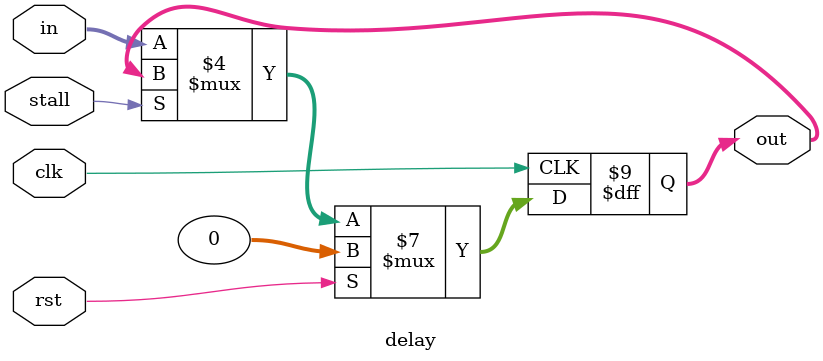
<source format=sv>
module delay #(parameter bits = 32, parameter default_value = 0)
(
	input clk, rst, stall,
	input [bits-1:0] in,
	output reg [bits-1:0] out = 0
);

always @(posedge clk) begin
    if(rst)
        out <= default_value;
    else if (stall)
        out <= out;
    else
        out <= in;
end

endmodule
</source>
